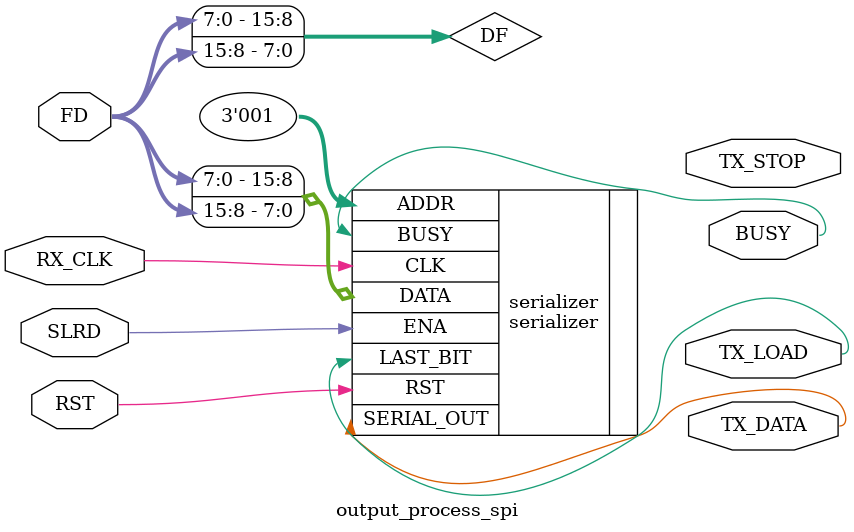
<source format=v>
module output_process_spi(
input RST,
input RX_CLK,
output TX_DATA,
output TX_LOAD,
output TX_STOP,

input [15:0] FD,		// not sure input or inout
input SLRD,				// keep in mind that SLRD clocked with SYS_CLK, but serializer is driven by RX_CLK, but that's ok, we have 16 safe RX_CLK periods until new SLRD gonna be detected
output BUSY
);

wire [15:0] DF = {FD[7:0],FD[15:8]};	// words are transferred via cypress in little-endian format, we convert into big-endian

serializer serializer(
.CLK(RX_CLK),
.RST(RST),
.ADDR(3'h1),
.DATA(DF),
.ENA(SLRD),
.SERIAL_OUT(TX_DATA),
.LAST_BIT(TX_LOAD),
.BUSY(BUSY)
);


endmodule

</source>
